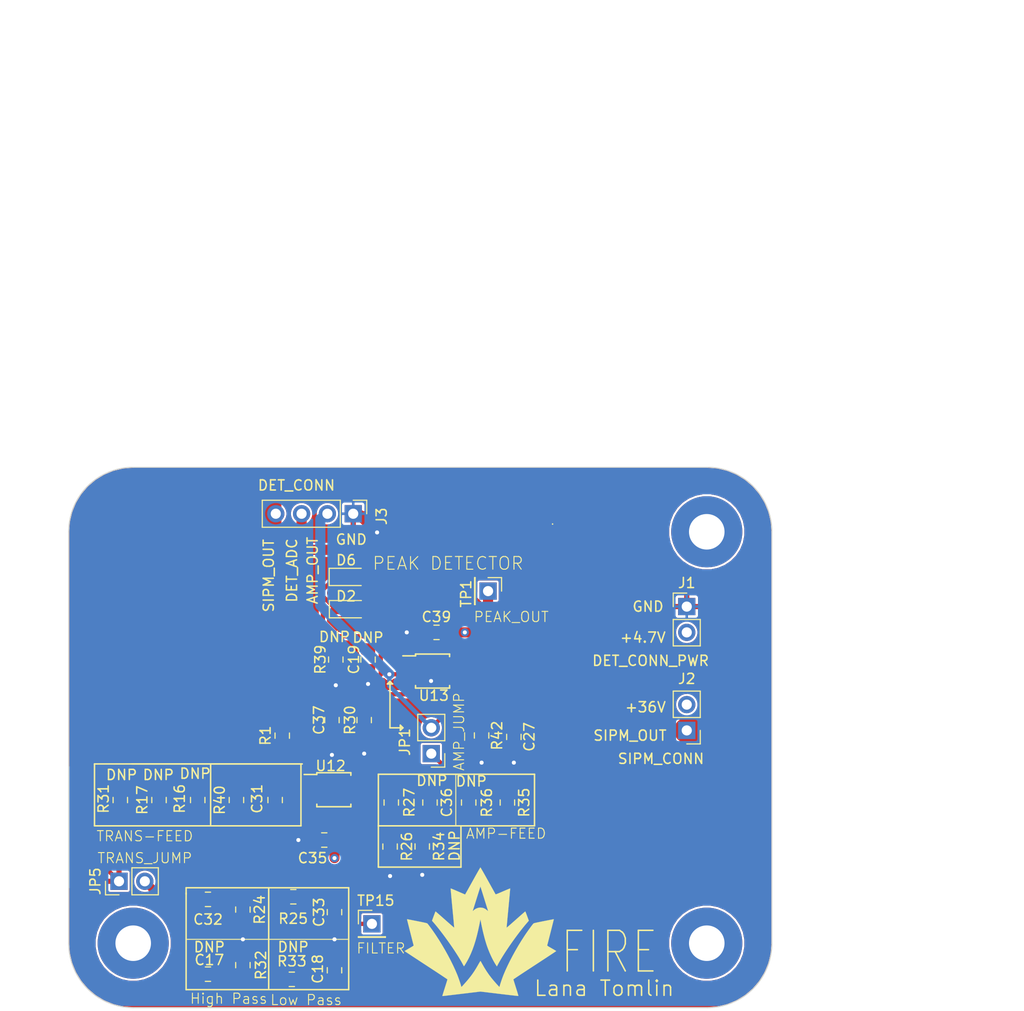
<source format=kicad_pcb>
(kicad_pcb (version 20171130) (host pcbnew "(5.1.9)-1")
  (layers (0 Papa.Cu signal) (1 GND.Cu power) (2 VCC.Cu power) (31 Mama.Cu signal) (34 B.Paste user hide) (35 F.Paste user) (36 B.SilkS user) (37 F.SilkS user) (38 B.Mask user hide) (39 F.Mask user hide) (44 Edge.Cuts user))
  (net 0 "")
  (net 1 GND)
  (net 2 "Net-(C17-Pad1)")
  (net 3 "Net-(C18-Pad2)")
  (net 4 "Net-(C19-Pad1)")
  (net 5 "Net-(C31-Pad1)")
  (net 6 "Net-(C32-Pad1)")
  (net 7 "Net-(C36-Pad2)")
  (net 8 "Net-(C36-Pad1)")
  (net 9 "Net-(D2-Pad2)")
  (net 10 /DET_ADC)
  (net 11 /SIPM_OUT)
  (net 12 /AMP_OUT)
  (net 13 +4.7V)
  (net 14 /Filter_IN)
  (net 15 "Net-(C31-Pad2)")
  (module MountingHole:MountingHole_3.5mm_Pad (layer Papa.Cu) (at 146.6215 100.457 90)
    (fp_text reference REF** hide)
    (fp_text value MountingHole_3.5mm_Pad)
    (pad 1 thru_hole circle (at 0 0 90) (size 7 7) (drill 3.5) (layers *.Cu *.Mask))
  )
  (module MountingHole:MountingHole_3.5mm_Pad (layer Papa.Cu) (at 146.6215 140.97 90)
    (fp_text reference REF** hide)
    (fp_text value MountingHole_3.5mm_Pad)
    (pad 1 thru_hole circle (at 0 0 90) (size 7 7) (drill 3.5) (layers *.Cu *.Mask))
  )
  (module Resistor_SMD:R_0805_2012Metric_Pad1.15x1.40mm_HandSolder (layer Papa.Cu) (at 104.8385 120.532 90)
    (fp_text reference R1 (at 0 -1.65 90) (layer F.SilkS))
    (fp_text value 1)
    (pad 2 smd roundrect (at 1.025 0 90) (size 1.15 1.4) (layers Papa.Cu F.Paste F.Mask) (roundrect_rratio 0.2173904347826087) (net 11 /SIPM_OUT))
    (pad 1 smd roundrect (at -1.025 0 90) (size 1.15 1.4) (layers Papa.Cu F.Paste F.Mask) (roundrect_rratio 0.2173904347826087) (net 15 "Net-(C31-Pad2)"))
  )
  (module Connector_PinHeader_2.54mm:PinHeader_1x04_P2.54mm_Vertical (layer Papa.Cu) (at 111.8235 98.679 270)
    (fp_text reference J3 (at 0.254 -2.794 270) (layer F.SilkS))
    (fp_text value DET_CONN (at -2.794 5.588 180) (layer F.SilkS))
    (pad 4 thru_hole oval (at 0 7.62 270) (size 1.7 1.7) (drill 1) (layers *.Cu *.Mask) (net 11 /SIPM_OUT))
    (pad 3 thru_hole oval (at 0 5.08 270) (size 1.7 1.7) (drill 1) (layers *.Cu *.Mask) (net 10 /DET_ADC))
    (pad 2 thru_hole oval (at 0 2.54 270) (size 1.7 1.7) (drill 1) (layers *.Cu *.Mask) (net 12 /AMP_OUT))
    (pad 1 thru_hole rect (at 0 0 270) (size 1.7 1.7) (drill 1) (layers *.Cu *.Mask) (net 1 GND))
  )
  (module Connector_PinHeader_2.54mm:PinHeader_1x02_P2.54mm_Vertical (layer Papa.Cu) (at 144.653 120.015 180)
    (fp_text reference J2 (at 0 5.08) (layer F.SilkS))
    (fp_text value SIPM_CONN (at 2.54 -2.794 180) (layer F.SilkS))
    (pad 2 thru_hole oval (at 0 2.54 180) (size 1.7 1.7) (drill 1) (layers *.Cu *.Mask))
    (pad 1 thru_hole rect (at 0 0 180) (size 1.7 1.7) (drill 1) (layers *.Cu *.Mask) (net 11 /SIPM_OUT))
  )
  (module Connector_PinHeader_2.54mm:PinHeader_1x02_P2.54mm_Vertical (layer Papa.Cu) (at 144.653 107.823)
    (fp_text reference J1 (at 0 -2.33) (layer F.SilkS))
    (fp_text value DET_CONN_PWR (at -3.556 5.334) (layer F.SilkS))
    (pad 2 thru_hole oval (at 0 2.54) (size 1.7 1.7) (drill 1) (layers *.Cu *.Mask) (net 13 +4.7V))
    (pad 1 thru_hole rect (at 0 0) (size 1.7 1.7) (drill 1) (layers *.Cu *.Mask) (net 1 GND))
  )
  (module Team_Logo:Logo_SilkScreen_15mm (layer Papa.Cu) (at 124.333 139.827)
    (fp_text reference G*** hide)
    (fp_text value LOGO hide)
  )
  (module MountingHole:MountingHole_3.5mm_Pad (layer Papa.Cu) (at 90.17 140.97 90)
    (fp_text reference REF** hide)
    (fp_text value MountingHole_3.5mm_Pad)
    (pad 1 thru_hole circle (at 0 0 90) (size 7 7) (drill 3.5) (layers *.Cu *.Mask))
  )
  (module Connector_PinHeader_2.54mm:PinHeader_1x01_P2.54mm_Vertical (layer Papa.Cu) (at 113.665 139.065)
    (fp_text reference TP15 (at 0.381 -2.286) (layer F.SilkS))
    (fp_text value FILTER (at 0.889 2.413) (layer F.SilkS) (effects (font (thickness 0.1))))
    (pad 1 thru_hole rect (at 0 0) (size 1.7 1.7) (drill 1) (layers *.Cu *.Mask) (net 3 "Net-(C18-Pad2)"))
  )
  (module Resistor_SMD:R_0805_2012Metric_Pad1.15x1.40mm_HandSolder (layer Papa.Cu) (at 115.452 131.454 270)
    (fp_text reference R26 (at 0 -1.65 270) (layer F.SilkS))
    (fp_text value 100)
    (pad 2 smd roundrect (at 1.025 0 270) (size 1.15 1.4) (layers Papa.Cu F.Paste F.Mask) (roundrect_rratio 0.2173904347826087) (net 1 GND))
    (pad 1 smd roundrect (at -1.025 0 270) (size 1.15 1.4) (layers Papa.Cu F.Paste F.Mask) (roundrect_rratio 0.2173904347826087) (net 7 "Net-(C36-Pad2)"))
  )
  (module Resistor_SMD:R_0805_2012Metric_Pad1.15x1.40mm_HandSolder (layer Papa.Cu) (at 118.618 131.445 90)
    (fp_text reference R34 (at 0 1.651 270) (layer F.SilkS))
    (fp_text value DNP (at 0.0635 3.175 270) (layer F.SilkS))
    (pad 2 smd roundrect (at 1.025 0 90) (size 1.15 1.4) (layers Papa.Cu F.Paste F.Mask) (roundrect_rratio 0.2173904347826087) (net 7 "Net-(C36-Pad2)"))
    (pad 1 smd roundrect (at -1.025 0 90) (size 1.15 1.4) (layers Papa.Cu F.Paste F.Mask) (roundrect_rratio 0.2173904347826087) (net 1 GND))
  )
  (module Connector_PinHeader_2.54mm:PinHeader_1x02_P2.54mm_Vertical (layer Papa.Cu) (at 119.507 122.301 180)
    (fp_text reference JP1 (at 2.6035 1.143 270) (layer F.SilkS))
    (fp_text value AMP_JUMP (at -2.7305 2.159 90) (layer F.SilkS) (effects (font (thickness 0.1))))
    (pad 2 thru_hole oval (at 0 2.54 180) (size 1.7 1.7) (drill 1) (layers *.Cu *.Mask) (net 12 /AMP_OUT))
    (pad 1 thru_hole rect (at 0 0 180) (size 1.7 1.7) (drill 1) (layers *.Cu *.Mask) (net 8 "Net-(C36-Pad1)"))
  )
  (module Resistor_SMD:R_0805_2012Metric_Pad1.15x1.40mm_HandSolder (layer Papa.Cu) (at 110.109 113.039 270)
    (fp_text reference R39 (at 0 1.524 90) (layer F.SilkS))
    (fp_text value DNP (at -2.2315 0.127 180) (layer F.SilkS))
    (pad 2 smd roundrect (at 1.025 0 270) (size 1.15 1.4) (layers Papa.Cu F.Paste F.Mask) (roundrect_rratio 0.2173904347826087) (net 1 GND))
    (pad 1 smd roundrect (at -1.025 0 270) (size 1.15 1.4) (layers Papa.Cu F.Paste F.Mask) (roundrect_rratio 0.2173904347826087) (net 4 "Net-(C19-Pad1)"))
  )
  (module Capacitor_SMD:C_0805_2012Metric_Pad1.15x1.40mm_HandSolder (layer Papa.Cu) (at 97.527 136.652 180)
    (fp_text reference C32 (at -0.009 -1.9812) (layer F.SilkS))
    (fp_text value 10n)
    (pad 2 smd roundrect (at 1.025 0 180) (size 1.15 1.4) (layers Papa.Cu F.Paste F.Mask) (roundrect_rratio 0.2173904347826087) (net 14 /Filter_IN))
    (pad 1 smd roundrect (at -1.025 0 180) (size 1.15 1.4) (layers Papa.Cu F.Paste F.Mask) (roundrect_rratio 0.2173904347826087) (net 6 "Net-(C32-Pad1)"))
  )
  (module Capacitor_SMD:C_0805_2012Metric_Pad1.15x1.40mm_HandSolder (layer Papa.Cu) (at 127.635 120.659 270)
    (fp_text reference C27 (at -0.009 -1.524 90) (layer F.SilkS))
    (fp_text value 2.2n)
    (pad 2 smd roundrect (at 1.025 0 270) (size 1.15 1.4) (layers Papa.Cu F.Paste F.Mask) (roundrect_rratio 0.2173904347826087) (net 1 GND))
    (pad 1 smd roundrect (at -1.025 0 270) (size 1.15 1.4) (layers Papa.Cu F.Paste F.Mask) (roundrect_rratio 0.2173904347826087) (net 12 /AMP_OUT))
  )
  (module Package_SO:MSOP-8_3x3mm_P0.65mm (layer Papa.Cu) (at 109.9185 125.857)
    (fp_text reference U12 (at -0.3175 -2.3495) (layer F.SilkS))
    (fp_text value LTC6269)
    (pad 8 smd rect (at 2.2 -0.975) (size 1.45 0.45) (layers Papa.Cu F.Paste F.Mask) (net 13 +4.7V))
    (pad 7 smd rect (at 2.2 -0.325) (size 1.45 0.45) (layers Papa.Cu F.Paste F.Mask) (net 8 "Net-(C36-Pad1)"))
    (pad 6 smd rect (at 2.2 0.325) (size 1.45 0.45) (layers Papa.Cu F.Paste F.Mask) (net 7 "Net-(C36-Pad2)"))
    (pad 5 smd rect (at 2.2 0.975) (size 1.45 0.45) (layers Papa.Cu F.Paste F.Mask) (net 3 "Net-(C18-Pad2)"))
    (pad 4 smd rect (at -2.2 0.975) (size 1.45 0.45) (layers Papa.Cu F.Paste F.Mask) (net 1 GND))
    (pad 3 smd rect (at -2.2 0.325) (size 1.45 0.45) (layers Papa.Cu F.Paste F.Mask) (net 1 GND))
    (pad 2 smd rect (at -2.2 -0.325) (size 1.45 0.45) (layers Papa.Cu F.Paste F.Mask) (net 15 "Net-(C31-Pad2)"))
    (pad 1 smd rect (at -2.2 -0.975) (size 1.45 0.45) (layers Papa.Cu F.Paste F.Mask) (net 5 "Net-(C31-Pad1)"))
  )
  (module Capacitor_SMD:C_0805_2012Metric_Pad1.15x1.40mm_HandSolder (layer Papa.Cu) (at 109.728 118.999 270)
    (fp_text reference C37 (at 0 1.27 270) (layer F.SilkS))
    (fp_text value 2.2n)
    (pad 2 smd roundrect (at 1.025 0 270) (size 1.15 1.4) (layers Papa.Cu F.Paste F.Mask) (roundrect_rratio 0.2173904347826087) (net 1 GND))
    (pad 1 smd roundrect (at -1.025 0 270) (size 1.15 1.4) (layers Papa.Cu F.Paste F.Mask) (roundrect_rratio 0.2173904347826087) (net 4 "Net-(C19-Pad1)"))
  )
  (module Resistor_SMD:R_0805_2012Metric_Pad1.15x1.40mm_HandSolder (layer Papa.Cu) (at 124.46 120.514 270)
    (fp_text reference R42 (at 0.009 -1.524 90) (layer F.SilkS))
    (fp_text value 1M)
    (pad 2 smd roundrect (at 1.025 0 270) (size 1.15 1.4) (layers Papa.Cu F.Paste F.Mask) (roundrect_rratio 0.2173904347826087) (net 1 GND))
    (pad 1 smd roundrect (at -1.025 0 270) (size 1.15 1.4) (layers Papa.Cu F.Paste F.Mask) (roundrect_rratio 0.2173904347826087) (net 12 /AMP_OUT))
  )
  (module Capacitor_SMD:C_0805_2012Metric_Pad1.15x1.40mm_HandSolder (layer Papa.Cu) (at 108.975 130.81 180)
    (fp_text reference C35 (at 1.152 -1.778) (layer F.SilkS))
    (fp_text value 0.1u)
    (pad 2 smd roundrect (at 1.025 0 180) (size 1.15 1.4) (layers Papa.Cu F.Paste F.Mask) (roundrect_rratio 0.2173904347826087) (net 1 GND))
    (pad 1 smd roundrect (at -1.025 0 180) (size 1.15 1.4) (layers Papa.Cu F.Paste F.Mask) (roundrect_rratio 0.2173904347826087) (net 13 +4.7V))
  )
  (module Diode_SMD:D_SOD-323_HandSoldering (layer Papa.Cu) (at 111.379 108.077)
    (fp_text reference D2 (at -0.254 -1.27) (layer F.SilkS))
    (fp_text value CUS08F30H3FCT-ND)
    (pad 2 smd rect (at 1.25 0) (size 1 1) (layers Papa.Cu F.Paste F.Mask) (net 9 "Net-(D2-Pad2)"))
    (pad 1 smd rect (at -1.25 0) (size 1 1) (layers Papa.Cu F.Paste F.Mask) (net 4 "Net-(C19-Pad1)"))
  )
  (module Connector_PinHeader_2.54mm:PinHeader_1x01_P2.54mm_Vertical (layer Papa.Cu) (at 125.095 106.299 270)
    (fp_text reference TP1 (at 0.254 2.159 90) (layer F.SilkS))
    (fp_text value PEAK_OUT (at 2.54 -2.286 180) (layer F.SilkS) (effects (font (thickness 0.1))))
    (pad 1 thru_hole rect (at 0 0 270) (size 1.7 1.7) (drill 1) (layers *.Cu *.Mask) (net 10 /DET_ADC))
  )
  (module Connector_PinHeader_2.54mm:PinHeader_1x02_P2.54mm_Vertical (layer Papa.Cu) (at 88.773 134.874 90)
    (fp_text reference JP5 (at 0 -2.33 90) (layer F.SilkS))
    (fp_text value TRANS_JUMP (at 2.286 2.54) (layer F.SilkS) (effects (font (thickness 0.1))))
    (pad 2 thru_hole oval (at 0 2.54 90) (size 1.7 1.7) (drill 1) (layers *.Cu *.Mask) (net 14 /Filter_IN))
    (pad 1 thru_hole rect (at 0 0 90) (size 1.7 1.7) (drill 1) (layers *.Cu *.Mask) (net 5 "Net-(C31-Pad1)"))
  )
  (module Package_SO:MSOP-8_3x3mm_P0.65mm (layer Papa.Cu) (at 119.634 114.173)
    (fp_text reference U13 (at 0.127 2.413 180) (layer F.SilkS))
    (fp_text value LTC6269)
    (pad 8 smd rect (at 2.2 -0.975) (size 1.45 0.45) (layers Papa.Cu F.Paste F.Mask) (net 13 +4.7V))
    (pad 7 smd rect (at 2.2 -0.325) (size 1.45 0.45) (layers Papa.Cu F.Paste F.Mask) (net 10 /DET_ADC))
    (pad 6 smd rect (at 2.2 0.325) (size 1.45 0.45) (layers Papa.Cu F.Paste F.Mask) (net 10 /DET_ADC))
    (pad 5 smd rect (at 2.2 0.975) (size 1.45 0.45) (layers Papa.Cu F.Paste F.Mask) (net 4 "Net-(C19-Pad1)"))
    (pad 4 smd rect (at -2.2 0.975) (size 1.45 0.45) (layers Papa.Cu F.Paste F.Mask) (net 1 GND))
    (pad 3 smd rect (at -2.2 0.325) (size 1.45 0.45) (layers Papa.Cu F.Paste F.Mask) (net 12 /AMP_OUT))
    (pad 2 smd rect (at -2.2 -0.325) (size 1.45 0.45) (layers Papa.Cu F.Paste F.Mask) (net 4 "Net-(C19-Pad1)"))
    (pad 1 smd rect (at -2.2 -0.975) (size 1.45 0.45) (layers Papa.Cu F.Paste F.Mask) (net 9 "Net-(D2-Pad2)"))
  )
  (module Resistor_SMD:R_0805_2012Metric_Pad1.15x1.40mm_HandSolder (layer Papa.Cu) (at 100.33 126.873 270)
    (fp_text reference R40 (at 0 1.651 270) (layer F.SilkS))
    (fp_text value 150)
    (pad 2 smd roundrect (at 1.025 0 270) (size 1.15 1.4) (layers Papa.Cu F.Paste F.Mask) (roundrect_rratio 0.2173904347826087) (net 15 "Net-(C31-Pad2)"))
    (pad 1 smd roundrect (at -1.025 0 270) (size 1.15 1.4) (layers Papa.Cu F.Paste F.Mask) (roundrect_rratio 0.2173904347826087) (net 5 "Net-(C31-Pad1)"))
  )
  (module Resistor_SMD:R_0805_2012Metric_Pad1.15x1.40mm_HandSolder (layer Papa.Cu) (at 123.19 127.118 270)
    (fp_text reference R36 (at 0.009 -1.778 270) (layer F.SilkS))
    (fp_text value DNP (at -2.15 3.6195) (layer F.SilkS))
    (pad 2 smd roundrect (at 1.025 0 270) (size 1.15 1.4) (layers Papa.Cu F.Paste F.Mask) (roundrect_rratio 0.2173904347826087) (net 7 "Net-(C36-Pad2)"))
    (pad 1 smd roundrect (at -1.025 0 270) (size 1.15 1.4) (layers Papa.Cu F.Paste F.Mask) (roundrect_rratio 0.2173904347826087) (net 8 "Net-(C36-Pad1)"))
  )
  (module Resistor_SMD:R_0805_2012Metric_Pad1.15x1.40mm_HandSolder (layer Papa.Cu) (at 127 127.118 270)
    (fp_text reference R35 (at 0 -1.65 270) (layer F.SilkS))
    (fp_text value DNP (at -2.0865 3.556) (layer F.SilkS))
    (pad 2 smd roundrect (at 1.025 0 270) (size 1.15 1.4) (layers Papa.Cu F.Paste F.Mask) (roundrect_rratio 0.2173904347826087) (net 7 "Net-(C36-Pad2)"))
    (pad 1 smd roundrect (at -1.025 0 270) (size 1.15 1.4) (layers Papa.Cu F.Paste F.Mask) (roundrect_rratio 0.2173904347826087) (net 8 "Net-(C36-Pad1)"))
  )
  (module Resistor_SMD:R_0805_2012Metric_Pad1.15x1.40mm_HandSolder (layer Papa.Cu) (at 105.782 144.526 180)
    (fp_text reference R33 (at -0.009 1.778) (layer F.SilkS))
    (fp_text value DNP (at -0.136 3.175) (layer F.SilkS))
    (pad 1 smd roundrect (at -1.025 0 180) (size 1.15 1.4) (layers Papa.Cu F.Paste F.Mask) (roundrect_rratio 0.2173904347826087) (net 3 "Net-(C18-Pad2)"))
    (pad 2 smd roundrect (at 1.025 0 180) (size 1.15 1.4) (layers Papa.Cu F.Paste F.Mask) (roundrect_rratio 0.2173904347826087) (net 2 "Net-(C17-Pad1)"))
  )
  (module Resistor_SMD:R_0805_2012Metric_Pad1.15x1.40mm_HandSolder (layer Papa.Cu) (at 100.965 143.129 90)
    (fp_text reference R32 (at 0 1.778 270) (layer F.SilkS))
    (fp_text value DNP)
    (pad 2 smd roundrect (at 1.025 0 90) (size 1.15 1.4) (layers Papa.Cu F.Paste F.Mask) (roundrect_rratio 0.2173904347826087) (net 1 GND))
    (pad 1 smd roundrect (at -1.025 0 90) (size 1.15 1.4) (layers Papa.Cu F.Paste F.Mask) (roundrect_rratio 0.2173904347826087) (net 2 "Net-(C17-Pad1)"))
  )
  (module Resistor_SMD:R_0805_2012Metric_Pad1.15x1.40mm_HandSolder (layer Papa.Cu) (at 88.9 126.873 270)
    (fp_text reference R31 (at -0.127 1.651 270) (layer F.SilkS))
    (fp_text value DNP (at -2.4765 -0.127) (layer F.SilkS))
    (pad 2 smd roundrect (at 1.025 0 270) (size 1.15 1.4) (layers Papa.Cu F.Paste F.Mask) (roundrect_rratio 0.2173904347826087) (net 15 "Net-(C31-Pad2)"))
    (pad 1 smd roundrect (at -1.025 0 270) (size 1.15 1.4) (layers Papa.Cu F.Paste F.Mask) (roundrect_rratio 0.2173904347826087) (net 5 "Net-(C31-Pad1)"))
  )
  (module Resistor_SMD:R_0805_2012Metric_Pad1.15x1.40mm_HandSolder (layer Papa.Cu) (at 112.903 118.999 270)
    (fp_text reference R30 (at 0 1.397 270) (layer F.SilkS))
    (fp_text value 1M)
    (pad 2 smd roundrect (at 1.025 0 270) (size 1.15 1.4) (layers Papa.Cu F.Paste F.Mask) (roundrect_rratio 0.2173904347826087) (net 1 GND))
    (pad 1 smd roundrect (at -1.025 0 270) (size 1.15 1.4) (layers Papa.Cu F.Paste F.Mask) (roundrect_rratio 0.2173904347826087) (net 4 "Net-(C19-Pad1)"))
  )
  (module Resistor_SMD:R_0805_2012Metric_Pad1.15x1.40mm_HandSolder (layer Papa.Cu) (at 115.57 127.118 270)
    (fp_text reference R27 (at 0 -1.778 270) (layer F.SilkS))
    (fp_text value 330)
    (pad 2 smd roundrect (at 1.025 0 270) (size 1.15 1.4) (layers Papa.Cu F.Paste F.Mask) (roundrect_rratio 0.2173904347826087) (net 7 "Net-(C36-Pad2)"))
    (pad 1 smd roundrect (at -1.025 0 270) (size 1.15 1.4) (layers Papa.Cu F.Paste F.Mask) (roundrect_rratio 0.2173904347826087) (net 8 "Net-(C36-Pad1)"))
  )
  (module Resistor_SMD:R_0805_2012Metric_Pad1.15x1.40mm_HandSolder (layer Papa.Cu) (at 105.927 136.398 180)
    (fp_text reference R25 (at 0.009 -2.159) (layer F.SilkS))
    (fp_text value 150)
    (pad 2 smd roundrect (at 1.025 0 180) (size 1.15 1.4) (layers Papa.Cu F.Paste F.Mask) (roundrect_rratio 0.2173904347826087) (net 6 "Net-(C32-Pad1)"))
    (pad 1 smd roundrect (at -1.025 0 180) (size 1.15 1.4) (layers Papa.Cu F.Paste F.Mask) (roundrect_rratio 0.2173904347826087) (net 3 "Net-(C18-Pad2)"))
  )
  (module Resistor_SMD:R_0805_2012Metric_Pad1.15x1.40mm_HandSolder (layer Papa.Cu) (at 100.965 137.659 270)
    (fp_text reference R24 (at 0.009 -1.651 270) (layer F.SilkS))
    (fp_text value 100)
    (pad 2 smd roundrect (at 1.025 0 270) (size 1.15 1.4) (layers Papa.Cu F.Paste F.Mask) (roundrect_rratio 0.2173904347826087) (net 1 GND))
    (pad 1 smd roundrect (at -1.025 0 270) (size 1.15 1.4) (layers Papa.Cu F.Paste F.Mask) (roundrect_rratio 0.2173904347826087) (net 6 "Net-(C32-Pad1)"))
  )
  (module Resistor_SMD:R_0805_2012Metric_Pad1.15x1.40mm_HandSolder (layer Papa.Cu) (at 92.71 126.873 270)
    (fp_text reference R17 (at 0 1.651 270) (layer F.SilkS))
    (fp_text value DNP (at -2.4765 0.0635 180) (layer F.SilkS))
    (pad 2 smd roundrect (at 1.025 0 270) (size 1.15 1.4) (layers Papa.Cu F.Paste F.Mask) (roundrect_rratio 0.2173904347826087) (net 15 "Net-(C31-Pad2)"))
    (pad 1 smd roundrect (at -1.025 0 270) (size 1.15 1.4) (layers Papa.Cu F.Paste F.Mask) (roundrect_rratio 0.2173904347826087) (net 5 "Net-(C31-Pad1)"))
  )
  (module Resistor_SMD:R_0805_2012Metric_Pad1.15x1.40mm_HandSolder (layer Papa.Cu) (at 96.52 126.873 270)
    (fp_text reference R16 (at -0.127 1.778 270) (layer F.SilkS))
    (fp_text value DNP (at -2.6035 0.254) (layer F.SilkS))
    (pad 2 smd roundrect (at 1.025 0 270) (size 1.15 1.4) (layers Papa.Cu F.Paste F.Mask) (roundrect_rratio 0.2173904347826087) (net 15 "Net-(C31-Pad2)"))
    (pad 1 smd roundrect (at -1.025 0 270) (size 1.15 1.4) (layers Papa.Cu F.Paste F.Mask) (roundrect_rratio 0.2173904347826087) (net 5 "Net-(C31-Pad1)"))
  )
  (module Diode_SMD:D_SOD-323_HandSoldering (layer Papa.Cu) (at 111.359 104.902)
    (fp_text reference D6 (at -0.234 -1.651) (layer F.SilkS))
    (fp_text value CUS08F30H3FCT-ND)
    (pad 2 smd rect (at 1.25 0) (size 1 1) (layers Papa.Cu F.Paste F.Mask) (net 9 "Net-(D2-Pad2)"))
    (pad 1 smd rect (at -1.25 0) (size 1 1) (layers Papa.Cu F.Paste F.Mask) (net 4 "Net-(C19-Pad1)"))
  )
  (module Capacitor_SMD:C_0805_2012Metric_Pad1.15x1.40mm_HandSolder (layer Papa.Cu) (at 120.024 110.363 180)
    (fp_text reference C39 (at 0.009 1.524 180) (layer F.SilkS))
    (fp_text value 0.1u)
    (pad 2 smd roundrect (at 1.025 0 180) (size 1.15 1.4) (layers Papa.Cu F.Paste F.Mask) (roundrect_rratio 0.2173904347826087) (net 1 GND))
    (pad 1 smd roundrect (at -1.025 0 180) (size 1.15 1.4) (layers Papa.Cu F.Paste F.Mask) (roundrect_rratio 0.2173904347826087) (net 13 +4.7V))
  )
  (module Capacitor_SMD:C_0805_2012Metric_Pad1.15x1.40mm_HandSolder (layer Papa.Cu) (at 119.38 127.118 270)
    (fp_text reference C36 (at 0 -1.65 270) (layer F.SilkS))
    (fp_text value 470p)
    (pad 2 smd roundrect (at 1.025 0 270) (size 1.15 1.4) (layers Papa.Cu F.Paste F.Mask) (roundrect_rratio 0.2173904347826087) (net 7 "Net-(C36-Pad2)"))
    (pad 1 smd roundrect (at -1.025 0 270) (size 1.15 1.4) (layers Papa.Cu F.Paste F.Mask) (roundrect_rratio 0.2173904347826087) (net 8 "Net-(C36-Pad1)"))
  )
  (module Capacitor_SMD:C_0805_2012Metric_Pad1.15x1.40mm_HandSolder (layer Papa.Cu) (at 109.982 137.913 90)
    (fp_text reference C33 (at -0.009 -1.524 270) (layer F.SilkS))
    (fp_text value 1n)
    (pad 2 smd roundrect (at 1.025 0 90) (size 1.15 1.4) (layers Papa.Cu F.Paste F.Mask) (roundrect_rratio 0.2173904347826087) (net 3 "Net-(C18-Pad2)"))
    (pad 1 smd roundrect (at -1.025 0 90) (size 1.15 1.4) (layers Papa.Cu F.Paste F.Mask) (roundrect_rratio 0.2173904347826087) (net 1 GND))
  )
  (module Capacitor_SMD:C_0805_2012Metric_Pad1.15x1.40mm_HandSolder (layer Papa.Cu) (at 104.14 126.873 270)
    (fp_text reference C31 (at -0.127 1.778 270) (layer F.SilkS))
    (fp_text value 1n)
    (pad 2 smd roundrect (at 1.025 0 270) (size 1.15 1.4) (layers Papa.Cu F.Paste F.Mask) (roundrect_rratio 0.2173904347826087) (net 15 "Net-(C31-Pad2)"))
    (pad 1 smd roundrect (at -1.025 0 270) (size 1.15 1.4) (layers Papa.Cu F.Paste F.Mask) (roundrect_rratio 0.2173904347826087) (net 5 "Net-(C31-Pad1)"))
  )
  (module Capacitor_SMD:C_0805_2012Metric_Pad1.15x1.40mm_HandSolder (layer Papa.Cu) (at 113.284 113.039 270)
    (fp_text reference C19 (at 0 1.397 90) (layer F.SilkS))
    (fp_text value DNP (at -2.168 0 180) (layer F.SilkS))
    (pad 2 smd roundrect (at 1.025 0 270) (size 1.15 1.4) (layers Papa.Cu F.Paste F.Mask) (roundrect_rratio 0.2173904347826087) (net 1 GND))
    (pad 1 smd roundrect (at -1.025 0 270) (size 1.15 1.4) (layers Papa.Cu F.Paste F.Mask) (roundrect_rratio 0.2173904347826087) (net 4 "Net-(C19-Pad1)"))
  )
  (module Capacitor_SMD:C_0805_2012Metric_Pad1.15x1.40mm_HandSolder (layer Papa.Cu) (at 109.982 143.637 270)
    (fp_text reference C18 (at -0.127 1.651 90) (layer F.SilkS))
    (fp_text value DNP)
    (pad 1 smd roundrect (at -1.025 0 270) (size 1.15 1.4) (layers Papa.Cu F.Paste F.Mask) (roundrect_rratio 0.2173904347826087) (net 1 GND))
    (pad 2 smd roundrect (at 1.025 0 270) (size 1.15 1.4) (layers Papa.Cu F.Paste F.Mask) (roundrect_rratio 0.2173904347826087) (net 3 "Net-(C18-Pad2)"))
  )
  (module Capacitor_SMD:C_0805_2012Metric_Pad1.15x1.40mm_HandSolder (layer Papa.Cu) (at 97.527 144.018 180)
    (fp_text reference C17 (at -0.136 1.397) (layer F.SilkS))
    (fp_text value DNP (at -0.136 2.667) (layer F.SilkS))
    (pad 2 smd roundrect (at 1.025 0 180) (size 1.15 1.4) (layers Papa.Cu F.Paste F.Mask) (roundrect_rratio 0.2173904347826087) (net 14 /Filter_IN))
    (pad 1 smd roundrect (at -1.025 0 180) (size 1.15 1.4) (layers Papa.Cu F.Paste F.Mask) (roundrect_rratio 0.2173904347826087) (net 2 "Net-(C17-Pad1)"))
  )
  (gr_text FIRE (at 137.033 141.859) (layer F.SilkS) (effects (font (size 4 3))))
  (gr_arc (start 90.17 100.457) (end 90.17 94.107) (angle -90) (layer Edge.Cuts) (width 0.1))
  (gr_line (start 146.685 94.107) (end 90.17 94.107) (layer Edge.Cuts) (width 0.1))
  (gr_line (start 153.035 140.97) (end 153.035 100.457) (layer Edge.Cuts) (width 0.1))
  (gr_text GND (at 111.633 101.219) (layer F.SilkS) (effects (font (size 1 1))))
  (gr_text AMP_OUT (at 107.823 104.267 90) (layer F.SilkS) (effects (font (size 1 1))))
  (gr_text DET_ADC (at 105.791 104.267 90) (layer F.SilkS) (effects (font (size 1 1))))
  (gr_text SIPM_OUT (at 103.505 104.775 90) (layer F.SilkS) (effects (font (size 1 1))))
  (gr_text GND (at 140.843 107.823) (layer F.SilkS) (effects (font (size 1 1))))
  (gr_text +4.7V (at 140.335 110.871) (layer F.SilkS) (effects (font (size 1 1))))
  (gr_text +36V (at 140.589 117.729) (layer F.SilkS) (effects (font (size 1 1))))
  (gr_text SIPM_OUT (at 139.065 120.523) (layer F.SilkS) (effects (font (size 1 1))))
  (gr_line (start 131.445 99.695) (end 131.445 99.695) (layer F.SilkS) (width 0.15))
  (gr_line (start 111.379 145.542) (end 111.379 144.78) (layer F.SilkS) (width 0.15))
  (gr_line (start 95.377 145.542) (end 111.379 145.542) (layer F.SilkS) (width 0.15))
  (gr_text "Lana Tomlin" (at 136.525 145.415) (layer F.SilkS) (effects (font (size 1.5 1.5))))
  (gr_text "PEAK DETECTOR" (at 121.158 103.5685) (layer F.SilkS) (effects (font (size 1.25 1.25) (thickness 0.1))))
  (gr_arc (start 90.17 140.97) (end 83.82 140.97) (angle -90) (layer Edge.Cuts) (width 0.1))
  (gr_arc (start 146.685 100.457) (end 153.035 100.457) (angle -90) (layer Edge.Cuts) (width 0.1))
  (gr_arc (start 146.685 140.97) (end 146.685 147.32) (angle -90) (layer Edge.Cuts) (width 0.1))
  (gr_line (start 83.82 140.97) (end 83.82 100.457) (layer Edge.Cuts) (width 0.1))
  (gr_line (start 146.685 147.32) (end 90.17 147.32) (layer Edge.Cuts) (width 0.1))
  (gr_text AMP-FEED (at 126.873 130.175) (layer F.SilkS) (effects (font (size 1 1) (thickness 0.1))))
  (gr_line (start 95.377 135.509) (end 95.377 136.144) (layer F.SilkS) (width 0.15))
  (gr_line (start 111.379 135.509) (end 95.377 135.509) (layer F.SilkS) (width 0.15))
  (gr_line (start 103.505 140.589) (end 95.377 140.589) (layer F.SilkS) (width 0.1))
  (gr_text "Low Pass" (at 107.188 146.558) (layer F.SilkS) (effects (font (size 1 1) (thickness 0.1))))
  (gr_text "High Pass" (at 99.568 146.431) (layer F.SilkS) (effects (font (size 1 1) (thickness 0.1))))
  (gr_line (start 115.697 115.443) (end 115.443 115.189) (layer F.SilkS) (width 0.15))
  (gr_line (start 115.189 115.443) (end 115.697 115.443) (layer F.SilkS) (width 0.15))
  (gr_line (start 115.443 115.189) (end 115.189 115.443) (layer F.SilkS) (width 0.15))
  (gr_line (start 116.459 119.507) (end 116.459 120.015) (layer F.SilkS) (width 0.15))
  (gr_line (start 116.459 120.015) (end 116.713 119.761) (layer F.SilkS) (width 0.15))
  (gr_line (start 116.459 119.507) (end 116.713 119.761) (layer F.SilkS) (width 0.15))
  (gr_line (start 116.713 119.761) (end 116.459 119.507) (layer F.SilkS) (width 0.15))
  (gr_line (start 115.443 119.761) (end 116.713 119.761) (layer F.SilkS) (width 0.15))
  (gr_line (start 115.443 115.189) (end 115.443 119.761) (layer F.SilkS) (width 0.15))
  (gr_line (start 129.667 129.413) (end 129.667 124.333) (layer F.SilkS) (width 0.15))
  (gr_line (start 114.3 129.413) (end 114.3 133.477) (layer F.SilkS) (width 0.15))
  (gr_line (start 114.3 133.477) (end 122.428 133.477) (layer F.SilkS) (width 0.15))
  (gr_line (start 122.428 133.477) (end 122.428 129.413) (layer F.SilkS) (width 0.15))
  (gr_line (start 106.807 123.317) (end 90.043 123.317) (layer F.SilkS) (width 0.15))
  (gr_text TRANS-FEED (at 91.313 130.429) (layer F.SilkS) (effects (font (size 1 1) (thickness 0.1))))
  (gr_line (start 111.379 140.589) (end 103.505 140.589) (layer F.SilkS) (width 0.1))
  (gr_line (start 103.505 135.509) (end 103.505 145.415) (layer F.SilkS) (width 0.15))
  (gr_line (start 95.377 145.542) (end 95.377 136.017) (layer F.SilkS) (width 0.15))
  (gr_line (start 111.379 135.509) (end 111.379 144.78) (layer F.SilkS) (width 0.15))
  (gr_line (start 97.79 123.317) (end 97.79 129.286) (layer F.SilkS) (width 0.15))
  (gr_line (start 121.92 124.333) (end 121.92 129.413) (layer F.SilkS) (width 0.1))
  (gr_line (start 129.667 124.333) (end 114.3 124.333) (layer F.SilkS) (width 0.15))
  (gr_line (start 114.3 129.413) (end 129.667 129.413) (layer F.SilkS) (width 0.15))
  (gr_line (start 114.3 124.333) (end 114.3 129.413) (layer F.SilkS) (width 0.15))
  (gr_line (start 106.68 123.317) (end 86.36 123.317) (layer F.SilkS) (width 0.15))
  (gr_line (start 106.68 129.413) (end 106.68 123.3805) (layer F.SilkS) (width 0.15))
  (gr_line (start 86.36 129.413) (end 106.68 129.413) (layer F.SilkS) (width 0.15))
  (gr_line (start 86.36 123.317) (end 86.36 129.413) (layer F.SilkS) (width 0.15))
  (segment (start 107.1245 120.269) (end 108.32799 120.269) (width 1) (layer Papa.Cu) (net 0))
  (via (at 124.46 123.19) (size 0.8) (drill 0.4) (layers Papa.Cu Mama.Cu) (net 1))
  (segment (start 112.649 120.024) (end 113.021 120.024) (width 0.42) (layer Papa.Cu) (net 1))
  (via (at 109.982 140.589) (size 0.8) (drill 0.4) (layers Papa.Cu Mama.Cu) (net 1))
  (via (at 100.965 140.589) (size 0.8) (drill 0.4) (layers Papa.Cu Mama.Cu) (net 1))
  (via (at 106.426 130.81) (size 0.8) (drill 0.4) (layers Papa.Cu Mama.Cu) (net 1))
  (segment (start 117.434 115.148) (end 117.262 115.148) (width 0.42) (layer Papa.Cu) (net 1))
  (via (at 117.094 110.363) (size 0.8) (drill 0.4) (layers Papa.Cu Mama.Cu) (net 1))
  (via (at 127.635 123.19) (size 0.8) (drill 0.4) (layers Papa.Cu Mama.Cu) (net 1))
  (segment (start 107.95 130.81) (end 106.426 130.81) (width 1) (layer Papa.Cu) (net 1))
  (segment (start 107.95 130.81) (end 107.823 130.81) (width 0.8) (layer Papa.Cu) (net 1))
  (segment (start 119.126 110.49) (end 118.999 110.363) (width 0.8) (layer Papa.Cu) (net 1))
  (segment (start 118.999 110.363) (end 117.094 110.363) (width 1) (layer Papa.Cu) (net 1))
  (segment (start 100.965 138.684) (end 100.965 142.104) (width 1) (layer Papa.Cu) (net 1))
  (segment (start 109.982 138.938) (end 109.982 142.612) (width 1) (layer Papa.Cu) (net 1))
  (segment (start 115.452 132.479) (end 115.452 134.23) (width 1) (layer Papa.Cu) (net 1))
  (segment (start 118.618 132.47) (end 118.618 134.239) (width 1) (layer Papa.Cu) (net 1))
  (segment (start 118.618 134.239) (end 118.618 134.239) (width 1) (layer Papa.Cu) (net 1))
  (via (at 118.618 134.239) (size 0.8) (drill 0.4) (layers Papa.Cu Mama.Cu) (net 1))
  (segment (start 115.452 134.357) (end 115.452 134.357) (width 1) (layer Papa.Cu) (net 1))
  (segment (start 110.109 114.064) (end 110.109 115.57) (width 1) (layer Papa.Cu) (net 1))
  (segment (start 113.284 114.064) (end 113.284 115.443) (width 1) (layer Papa.Cu) (net 1))
  (segment (start 109.728 120.024) (end 109.728 122.428) (width 1) (layer Papa.Cu) (net 1))
  (segment (start 109.728 122.428) (end 109.728 122.428) (width 1) (layer Papa.Cu) (net 1))
  (via (at 109.728 122.428) (size 0.8) (drill 0.4) (layers Papa.Cu Mama.Cu) (net 1))
  (segment (start 112.903 120.024) (end 112.903 122.301) (width 1) (layer Papa.Cu) (net 1))
  (segment (start 112.903 122.301) (end 112.903 122.301) (width 1) (layer Papa.Cu) (net 1))
  (via (at 112.903 122.301) (size 0.8) (drill 0.4) (layers Papa.Cu Mama.Cu) (net 1))
  (segment (start 110.109 115.57) (end 110.109 115.57) (width 1) (layer Papa.Cu) (net 1))
  (via (at 110.109 115.57) (size 0.8) (drill 0.4) (layers Papa.Cu Mama.Cu) (net 1))
  (segment (start 113.284 115.443) (end 113.284 115.443) (width 1) (layer Papa.Cu) (net 1))
  (via (at 113.284 115.443) (size 0.8) (drill 0.4) (layers Papa.Cu Mama.Cu) (net 1))
  (segment (start 124.46 121.539) (end 124.46 123.19) (width 1) (layer Papa.Cu) (net 1))
  (segment (start 127.635 121.684) (end 127.635 123.19) (width 1) (layer Papa.Cu) (net 1))
  (segment (start 115.452 134.23) (end 115.452 134.357) (width 1) (layer Papa.Cu) (net 1))
  (segment (start 107.7185 130.5785) (end 107.95 130.81) (width 1) (layer Papa.Cu) (net 1))
  (segment (start 107.7185 126.832) (end 107.7185 126.457001) (width 1) (layer Papa.Cu) (net 1))
  (segment (start 107.7185 126.832) (end 107.7185 130.5785) (width 1) (layer Papa.Cu) (net 1))
  (segment (start 117.434 115.148) (end 119.4845 115.148) (width 0.42) (layer Papa.Cu) (net 1))
  (segment (start 119.4845 115.148) (end 119.4845 115.148) (width 0.42) (layer Papa.Cu) (net 1))
  (via (at 119.4845 115.148) (size 0.8) (drill 0.4) (layers Papa.Cu Mama.Cu) (net 1))
  (segment (start 115.452 134.357) (end 115.452 134.357) (width 1) (layer Papa.Cu) (net 1))
  (via (at 115.452 134.357) (size 0.8) (drill 0.4) (layers Papa.Cu Mama.Cu) (net 1))
  (segment (start 111.8235 98.679) (end 112.3315 98.679) (width 1) (layer Papa.Cu) (net 1))
  (segment (start 112.3315 98.679) (end 114.173 100.5205) (width 1) (layer Papa.Cu) (net 1))
  (segment (start 114.173 100.5205) (end 114.173 100.5205) (width 1) (layer Papa.Cu) (net 1))
  (via (at 114.173 100.5205) (size 0.8) (drill 0.4) (layers Papa.Cu Mama.Cu) (net 1))
  (segment (start 98.552 144.018) (end 99.822 145.288) (width 0.42) (layer Papa.Cu) (net 2))
  (segment (start 103.995 145.288) (end 104.757 144.526) (width 0.42) (layer Papa.Cu) (net 2))
  (segment (start 101.972 145.288) (end 101.092 144.408) (width 0.42) (layer Papa.Cu) (net 2))
  (segment (start 102.108 145.288) (end 101.972 145.288) (width 0.42) (layer Papa.Cu) (net 2))
  (segment (start 102.108 145.288) (end 103.995 145.288) (width 0.42) (layer Papa.Cu) (net 2))
  (segment (start 99.822 145.288) (end 102.108 145.288) (width 0.42) (layer Papa.Cu) (net 2))
  (segment (start 106.952 136.398) (end 106.952 136.253) (width 0.42) (layer Papa.Cu) (net 3))
  (segment (start 106.952 136.253) (end 107.442 135.763) (width 0.42) (layer Papa.Cu) (net 3))
  (segment (start 108.857 135.763) (end 109.982 136.888) (width 0.42) (layer Papa.Cu) (net 3))
  (segment (start 107.442 135.763) (end 108.857 135.763) (width 0.42) (layer Papa.Cu) (net 3))
  (segment (start 111.09201 137.99801) (end 111.09201 137.95499) (width 0.42) (layer Papa.Cu) (net 3))
  (segment (start 111.09201 137.99801) (end 111.09201 139.28601) (width 0.42) (layer Papa.Cu) (net 3))
  (segment (start 111.09201 145.06699) (end 111.09201 143.55199) (width 0.42) (layer Papa.Cu) (net 3))
  (segment (start 111.09201 140.36799) (end 111.09201 140.843) (width 0.42) (layer Papa.Cu) (net 3))
  (segment (start 112.395 139.065) (end 111.09201 140.36799) (width 0.42) (layer Papa.Cu) (net 3))
  (segment (start 113.665 139.065) (end 112.395 139.065) (width 0.42) (layer Papa.Cu) (net 3))
  (segment (start 111.09201 139.28601) (end 111.09201 140.843) (width 0.42) (layer Papa.Cu) (net 3))
  (segment (start 111.09201 140.843) (end 111.09201 143.55199) (width 0.42) (layer Papa.Cu) (net 3))
  (segment (start 110.605372 145.285372) (end 109.982 144.662) (width 0.42) (layer Papa.Cu) (net 3))
  (segment (start 110.873628 145.285372) (end 110.605372 145.285372) (width 0.42) (layer Papa.Cu) (net 3))
  (segment (start 111.09201 145.06699) (end 110.873628 145.285372) (width 0.42) (layer Papa.Cu) (net 3))
  (segment (start 106.807 145.288) (end 106.807 144.526) (width 0.42) (layer Papa.Cu) (net 3))
  (segment (start 107.442 145.923) (end 106.807 145.288) (width 0.42) (layer Papa.Cu) (net 3))
  (segment (start 111.09201 145.06699) (end 110.236 145.923) (width 0.42) (layer Papa.Cu) (net 3))
  (segment (start 110.236 145.923) (end 107.442 145.923) (width 0.42) (layer Papa.Cu) (net 3))
  (segment (start 110.80502 135.763) (end 111.09201 135.47601) (width 0.42) (layer Papa.Cu) (net 3))
  (segment (start 111.09201 135.47601) (end 111.09201 129.44599) (width 0.42) (layer Papa.Cu) (net 3))
  (segment (start 108.857 135.763) (end 110.80502 135.763) (width 0.42) (layer Papa.Cu) (net 3))
  (segment (start 111.09201 139.14101) (end 111.09201 135.47601) (width 0.42) (layer Papa.Cu) (net 3))
  (segment (start 112.1185 128.4195) (end 111.09201 129.44599) (width 0.42) (layer Papa.Cu) (net 3))
  (segment (start 112.1185 126.832) (end 112.1185 128.4195) (width 0.42) (layer Papa.Cu) (net 3))
  (segment (start 110.109 108.077) (end 108.839 106.807) (width 0.42) (layer Papa.Cu) (net 4))
  (segment (start 110.109 110.744) (end 108.839 109.474) (width 0.42) (layer Papa.Cu) (net 4))
  (segment (start 111.887 110.744) (end 110.109 110.744) (width 0.42) (layer Papa.Cu) (net 4))
  (segment (start 113.284 112.014) (end 112.014 110.744) (width 0.42) (layer Papa.Cu) (net 4))
  (segment (start 111.887 110.744) (end 112.014 110.744) (width 0.42) (layer Papa.Cu) (net 4))
  (segment (start 108.839 106.172) (end 110.109 104.902) (width 0.42) (layer Papa.Cu) (net 4))
  (segment (start 108.839 110.744) (end 108.839 106.172) (width 0.42) (layer Papa.Cu) (net 4))
  (segment (start 110.109 112.014) (end 108.839 110.744) (width 0.42) (layer Papa.Cu) (net 4))
  (segment (start 112.903 117.856) (end 112.903 117.974) (width 0.42) (layer Papa.Cu) (net 4))
  (segment (start 114.3 116.459) (end 112.903 117.856) (width 0.42) (layer Papa.Cu) (net 4))
  (segment (start 121.031 116.459) (end 114.3 116.459) (width 0.42) (layer Papa.Cu) (net 4))
  (segment (start 121.834 115.656) (end 121.031 116.459) (width 0.42) (layer Papa.Cu) (net 4))
  (segment (start 121.834 115.148) (end 121.834 115.656) (width 0.42) (layer Papa.Cu) (net 4))
  (segment (start 110.608 116.586) (end 109.728 117.466) (width 0.42) (layer Papa.Cu) (net 4))
  (segment (start 110.735 116.459) (end 110.608 116.586) (width 0.42) (layer Papa.Cu) (net 4))
  (segment (start 114.3 116.459) (end 110.735 116.459) (width 0.42) (layer Papa.Cu) (net 4))
  (segment (start 115.991192 113.755992) (end 114.5794 112.3442) (width 0.42) (layer Papa.Cu) (net 4))
  (segment (start 116.146174 113.848) (end 117.434 113.848) (width 0.42) (layer Papa.Cu) (net 4))
  (segment (start 116.054166 113.755992) (end 116.146174 113.848) (width 0.42) (layer Papa.Cu) (net 4))
  (segment (start 115.991192 113.755992) (end 116.054166 113.755992) (width 0.42) (layer Papa.Cu) (net 4))
  (segment (start 114.3 114.756398) (end 114.3 116.459) (width 0.42) (layer Papa.Cu) (net 4))
  (segment (start 114.53495 114.521448) (end 114.3 114.756398) (width 0.42) (layer Papa.Cu) (net 4))
  (segment (start 114.53495 111.10595) (end 114.53495 114.521448) (width 0.42) (layer Papa.Cu) (net 4))
  (segment (start 114.173 110.744) (end 114.53495 111.10595) (width 0.42) (layer Papa.Cu) (net 4))
  (segment (start 112.014 110.744) (end 114.173 110.744) (width 0.42) (layer Papa.Cu) (net 4))
  (segment (start 104.14 125.848) (end 104.403 125.848) (width 0.25) (layer Papa.Cu) (net 5))
  (segment (start 86.487 130.683) (end 86.487 131.191) (width 0.42) (layer Papa.Cu) (net 5))
  (segment (start 86.487 132.588) (end 88.773 134.874) (width 0.42) (layer Papa.Cu) (net 5))
  (segment (start 86.487 132.334) (end 86.487 132.588) (width 0.42) (layer Papa.Cu) (net 5))
  (segment (start 86.487 130.683) (end 86.487 132.334) (width 0.42) (layer Papa.Cu) (net 5))
  (segment (start 86.487 126.5555) (end 86.487 130.683) (width 0.42) (layer Papa.Cu) (net 5))
  (segment (start 92.71 125.848) (end 92.719 125.848) (width 0.25) (layer Papa.Cu) (net 5))
  (segment (start 92.719 125.848) (end 93.726 124.841) (width 0.8) (layer Papa.Cu) (net 5))
  (segment (start 104.403 125.848) (end 105.41 124.841) (width 0.8) (layer Papa.Cu) (net 5))
  (segment (start 100.33 125.848) (end 100.339 125.848) (width 0.25) (layer Papa.Cu) (net 5))
  (segment (start 100.339 125.848) (end 101.346 124.841) (width 0.8) (layer Papa.Cu) (net 5))
  (segment (start 96.529 125.848) (end 97.536 124.841) (width 0.8) (layer Papa.Cu) (net 5))
  (segment (start 96.52 125.848) (end 96.529 125.848) (width 0.25) (layer Papa.Cu) (net 5))
  (segment (start 88.9 125.848) (end 88.9 125.222) (width 0.42) (layer Papa.Cu) (net 5))
  (segment (start 88.9 125.222) (end 89.4715 124.6505) (width 0.8) (layer Papa.Cu) (net 5))
  (segment (start 107.655 124.882) (end 107.4235 124.6505) (width 0.42) (layer Papa.Cu) (net 5))
  (segment (start 107.7185 124.882) (end 107.655 124.882) (width 0.42) (layer Papa.Cu) (net 5))
  (segment (start 107.4235 124.6505) (end 106.1085 124.6505) (width 0.42) (layer Papa.Cu) (net 5))
  (segment (start 101.092 136.507) (end 100.965 136.634) (width 0.42) (layer Papa.Cu) (net 6))
  (segment (start 98.552 136.652) (end 98.552 136.398) (width 0.42) (layer Papa.Cu) (net 6))
  (segment (start 103.632 135.128) (end 104.902 136.398) (width 0.42) (layer Papa.Cu) (net 6))
  (segment (start 99.822 135.491) (end 100.965 136.634) (width 0.42) (layer Papa.Cu) (net 6))
  (segment (start 98.552 136.398) (end 99.822 135.128) (width 0.42) (layer Papa.Cu) (net 6))
  (segment (start 99.822 135.128) (end 103.632 135.128) (width 0.42) (layer Papa.Cu) (net 6))
  (segment (start 99.822 135.491) (end 99.822 135.128) (width 0.42) (layer Papa.Cu) (net 6))
  (segment (start 125.984 129.159) (end 127 128.143) (width 0.42) (layer Papa.Cu) (net 7))
  (segment (start 122.682 128.651) (end 123.19 128.143) (width 0.25) (layer Papa.Cu) (net 7))
  (segment (start 122.682 129.159) (end 122.682 128.651) (width 0.42) (layer Papa.Cu) (net 7))
  (segment (start 122.682 129.159) (end 125.984 129.159) (width 0.42) (layer Papa.Cu) (net 7))
  (segment (start 115.57 129.159) (end 119.126 129.159) (width 0.42) (layer Papa.Cu) (net 7))
  (segment (start 119.126 129.159) (end 122.682 129.159) (width 0.42) (layer Papa.Cu) (net 7))
  (segment (start 118.364 129.159) (end 119.38 128.143) (width 0.42) (layer Papa.Cu) (net 7))
  (segment (start 119.126 129.159) (end 118.364 129.159) (width 0.42) (layer Papa.Cu) (net 7))
  (segment (start 115.57 128.143) (end 114.554 129.159) (width 0.42) (layer Papa.Cu) (net 7))
  (segment (start 114.554 129.159) (end 115.57 129.159) (width 0.42) (layer Papa.Cu) (net 7))
  (segment (start 116.609002 129.271998) (end 115.452 130.429) (width 0.42) (layer Papa.Cu) (net 7))
  (segment (start 118.237 130.429) (end 119.507 129.159) (width 0.42) (layer Papa.Cu) (net 7))
  (segment (start 114.0968 128.7018) (end 114.554 129.159) (width 0.42) (layer Papa.Cu) (net 7))
  (segment (start 114.0968 127.4572) (end 114.0968 128.7018) (width 0.42) (layer Papa.Cu) (net 7))
  (segment (start 114.0968 127.122298) (end 114.0968 127.4572) (width 0.42) (layer Papa.Cu) (net 7))
  (segment (start 113.156502 126.182) (end 114.0968 127.122298) (width 0.42) (layer Papa.Cu) (net 7))
  (segment (start 112.1185 126.182) (end 113.156502 126.182) (width 0.42) (layer Papa.Cu) (net 7))
  (segment (start 125.875 124.968) (end 127 126.093) (width 0.42) (layer Papa.Cu) (net 8))
  (segment (start 119.38 126.093) (end 119.362 126.093) (width 0.42) (layer Papa.Cu) (net 8))
  (segment (start 119.362 126.093) (end 118.237 124.968) (width 0.42) (layer Papa.Cu) (net 8))
  (segment (start 123.172 126.093) (end 122.047 124.968) (width 0.42) (layer Papa.Cu) (net 8))
  (segment (start 123.19 126.093) (end 123.172 126.093) (width 0.42) (layer Papa.Cu) (net 8))
  (segment (start 122.047 124.968) (end 125.875 124.968) (width 0.42) (layer Papa.Cu) (net 8))
  (segment (start 118.237 124.968) (end 122.047 124.968) (width 0.42) (layer Papa.Cu) (net 8))
  (segment (start 122.047 124.841) (end 119.507 122.301) (width 0.42) (layer Papa.Cu) (net 8))
  (segment (start 122.047 124.968) (end 122.047 124.841) (width 0.42) (layer Papa.Cu) (net 8))
  (segment (start 115.1075 126.093) (end 114.427 125.4125) (width 0.42) (layer Papa.Cu) (net 8))
  (segment (start 115.57 126.093) (end 115.1075 126.093) (width 0.42) (layer Papa.Cu) (net 8))
  (segment (start 114.427 125.349) (end 114.808 124.968) (width 0.42) (layer Papa.Cu) (net 8))
  (segment (start 114.427 125.4125) (end 114.427 125.349) (width 0.42) (layer Papa.Cu) (net 8))
  (segment (start 118.237 124.968) (end 114.808 124.968) (width 0.42) (layer Papa.Cu) (net 8))
  (segment (start 114.244 125.532) (end 114.808 124.968) (width 0.42) (layer Papa.Cu) (net 8))
  (segment (start 112.1185 125.532) (end 114.244 125.532) (width 0.42) (layer Papa.Cu) (net 8))
  (segment (start 112.609 108.077) (end 112.649 108.077) (width 0.42) (layer Papa.Cu) (net 9))
  (segment (start 117.135 113.198) (end 117.06902 113.198) (width 0.42) (layer Papa.Cu) (net 9))
  (segment (start 112.649 108.077) (end 113.919 109.347) (width 0.42) (layer Papa.Cu) (net 9))
  (segment (start 114.173 106.466) (end 112.609 104.902) (width 0.42) (layer Papa.Cu) (net 9))
  (segment (start 113.919 109.347) (end 114.173 109.601) (width 0.42) (layer Papa.Cu) (net 9))
  (segment (start 117.434 113.198) (end 117.135 113.198) (width 0.42) (layer Papa.Cu) (net 9))
  (segment (start 117.434 113.198) (end 116.373 113.198) (width 0.42) (layer Papa.Cu) (net 9))
  (segment (start 114.173 109.347) (end 114.173 106.466) (width 0.42) (layer Papa.Cu) (net 9))
  (segment (start 114.173 109.601) (end 114.173 109.347) (width 0.42) (layer Papa.Cu) (net 9))
  (segment (start 114.173 109.601) (end 115.348013 110.776013) (width 0.42) (layer Papa.Cu) (net 9))
  (segment (start 115.348013 112.173013) (end 116.373 113.198) (width 0.42) (layer Papa.Cu) (net 9))
  (segment (start 115.348013 110.776013) (end 115.348013 112.173013) (width 0.42) (layer Papa.Cu) (net 9))
  (segment (start 122.822501 114.222999) (end 121.834 114.222999) (width 1) (layer Papa.Cu) (net 10))
  (segment (start 125.095 111.9505) (end 122.822501 114.222999) (width 1) (layer Papa.Cu) (net 10))
  (segment (start 125.095 106.299) (end 125.095 108.712) (width 1) (layer Papa.Cu) (net 10))
  (segment (start 125.095 108.712) (end 125.095 111.9505) (width 1) (layer Papa.Cu) (net 10))
  (segment (start 107.188 102.235) (end 106.7435 101.7905) (width 1) (layer Papa.Cu) (net 10))
  (segment (start 118.618 102.235) (end 107.188 102.235) (width 1) (layer Papa.Cu) (net 10))
  (segment (start 106.7435 101.7905) (end 106.7435 98.679) (width 1) (layer Papa.Cu) (net 10))
  (segment (start 125.095 108.712) (end 118.618 102.235) (width 1) (layer Papa.Cu) (net 10))
  (segment (start 146.953001 118.579001) (end 146.953001 116.370999) (width 2.5) (layer Papa.Cu) (net 11))
  (segment (start 145.517002 120.015) (end 146.953001 118.579001) (width 2.5) (layer Papa.Cu) (net 11))
  (segment (start 146.953001 116.370999) (end 127.469001 96.886999) (width 2.5) (layer Papa.Cu) (net 11))
  (segment (start 144.653 120.015) (end 145.517002 120.015) (width 2.5) (layer Papa.Cu) (net 11))
  (segment (start 103.505 97.2185) (end 103.836501 96.886999) (width 2.5) (layer Papa.Cu) (net 11))
  (segment (start 103.505 99.187) (end 103.505 97.2185) (width 2.5) (layer Papa.Cu) (net 11))
  (segment (start 103.505 118.1735) (end 104.14 118.8085) (width 2.5) (layer Papa.Cu) (net 11))
  (segment (start 103.505 99.187) (end 103.505 118.1735) (width 2.5) (layer Papa.Cu) (net 11))
  (segment (start 104.14 118.8085) (end 104.8385 119.507) (width 1) (layer Papa.Cu) (net 11))
  (segment (start 127.469001 96.862001) (end 126.492 95.885) (width 2.5) (layer Papa.Cu) (net 11))
  (segment (start 127.469001 96.886999) (end 127.469001 96.862001) (width 2.5) (layer Papa.Cu) (net 11))
  (segment (start 104.8385 95.885) (end 103.505 97.2185) (width 2.5) (layer Papa.Cu) (net 11))
  (segment (start 126.492 95.885) (end 104.8385 95.885) (width 2.5) (layer Papa.Cu) (net 11))
  (segment (start 119.507 119.761) (end 115.3795 115.6335) (width 0.42) (layer Mama.Cu) (net 12))
  (segment (start 115.3795 115.6335) (end 115.3795 114.4905) (width 0.42) (layer Mama.Cu) (net 12))
  (segment (start 115.3795 114.4905) (end 115.3795 114.4905) (width 0.42) (layer Mama.Cu) (net 12))
  (via (at 115.3795 114.4905) (size 0.8) (drill 0.4) (layers Papa.Cu Mama.Cu) (net 12))
  (segment (start 117.4265 114.4905) (end 117.434 114.498) (width 0.42) (layer Papa.Cu) (net 12))
  (segment (start 115.3795 114.4905) (end 117.4265 114.4905) (width 0.42) (layer Papa.Cu) (net 12))
  (segment (start 119.507 119.761) (end 121.285 117.983) (width 0.42) (layer Papa.Cu) (net 12))
  (segment (start 125.984 117.983) (end 127.635 119.634) (width 0.42) (layer Papa.Cu) (net 12))
  (segment (start 124.46 119.126) (end 123.317 117.983) (width 0.42) (layer Papa.Cu) (net 12))
  (segment (start 124.46 119.489) (end 124.46 119.126) (width 0.42) (layer Papa.Cu) (net 12))
  (segment (start 123.317 117.983) (end 125.984 117.983) (width 0.42) (layer Papa.Cu) (net 12))
  (segment (start 121.285 117.983) (end 123.317 117.983) (width 0.42) (layer Papa.Cu) (net 12))
  (segment (start 108.585 107.696) (end 115.3795 114.4905) (width 1) (layer Mama.Cu) (net 12))
  (segment (start 108.585 99.187) (end 108.585 107.696) (width 1) (layer Mama.Cu) (net 12))
  (segment (start 110 131.082) (end 109.982 131.064) (width 0.42) (layer Papa.Cu) (net 13))
  (segment (start 121.834 111.674) (end 121.834 111.674) (width 0.42) (layer Papa.Cu) (net 13))
  (segment (start 121.834 111.674) (end 121.834 113.022999) (width 0.8) (layer Papa.Cu) (net 13))
  (via (at 109.982 132.588) (size 0.8) (drill 0.4) (layers Papa.Cu Mama.Cu) (net 13))
  (segment (start 121.049 110.889) (end 121.834 111.674) (width 0.8) (layer Papa.Cu) (net 13))
  (segment (start 121.049 110.363) (end 121.049 110.889) (width 0.8) (layer Papa.Cu) (net 13))
  (segment (start 109.982 130.828) (end 110 130.81) (width 0.8) (layer Papa.Cu) (net 13))
  (segment (start 109.982 132.588) (end 109.982 130.828) (width 1) (layer Papa.Cu) (net 13))
  (via (at 122.809 110.363) (size 0.8) (drill 0.4) (layers Papa.Cu Mama.Cu) (net 13))
  (segment (start 121.049 110.363) (end 123.063 110.363) (width 1) (layer Papa.Cu) (net 13))
  (segment (start 110 130.81) (end 110 125.3945) (width 1) (layer Papa.Cu) (net 13))
  (segment (start 110 125.3945) (end 110.4265 124.968) (width 1) (layer Papa.Cu) (net 13))
  (segment (start 110.5125 124.882) (end 112.1185 124.882) (width 0.42) (layer Papa.Cu) (net 13))
  (segment (start 110.4265 124.968) (end 110.5125 124.882) (width 0.42) (layer Papa.Cu) (net 13))
  (segment (start 96.121 137.033) (end 96.502 136.652) (width 0.42) (layer Papa.Cu) (net 14))
  (segment (start 96.502 144.018) (end 96.502 143.746) (width 0.25) (layer Papa.Cu) (net 14))
  (segment (start 95.758 136.652) (end 94.996 137.414) (width 0.8) (layer Papa.Cu) (net 14))
  (segment (start 96.502 143.746) (end 94.996 142.24) (width 0.8) (layer Papa.Cu) (net 14))
  (segment (start 95.758 136.652) (end 96.502 136.652) (width 0.8) (layer Papa.Cu) (net 14))
  (segment (start 94.996 142.24) (end 94.996 139.446) (width 0.8) (layer Papa.Cu) (net 14))
  (segment (start 91.313 134.874) (end 94.996 138.557) (width 0.8) (layer Papa.Cu) (net 14))
  (segment (start 94.996 138.557) (end 94.996 138.684) (width 0.8) (layer Papa.Cu) (net 14))
  (segment (start 94.996 138.684) (end 94.996 142.24) (width 0.8) (layer Papa.Cu) (net 14))
  (segment (start 94.996 137.414) (end 94.996 138.684) (width 0.8) (layer Papa.Cu) (net 14))
  (segment (start 89.907 128.905) (end 88.9 127.898) (width 0.8) (layer Papa.Cu) (net 15))
  (segment (start 92.71 127.898) (end 92.719 127.898) (width 0.25) (layer Papa.Cu) (net 15))
  (segment (start 93.726 128.905) (end 89.907 128.905) (width 0.42) (layer Papa.Cu) (net 15))
  (segment (start 92.719 127.898) (end 93.726 128.905) (width 0.8) (layer Papa.Cu) (net 15))
  (segment (start 96.52 127.898) (end 96.529 127.898) (width 0.25) (layer Papa.Cu) (net 15))
  (segment (start 97.536 128.905) (end 97.663 128.905) (width 0.42) (layer Papa.Cu) (net 15))
  (segment (start 96.529 127.898) (end 97.536 128.905) (width 0.8) (layer Papa.Cu) (net 15))
  (segment (start 97.663 128.905) (end 93.726 128.905) (width 0.42) (layer Papa.Cu) (net 15))
  (segment (start 100.339 127.898) (end 101.346 128.905) (width 0.8) (layer Papa.Cu) (net 15))
  (segment (start 100.33 127.898) (end 100.339 127.898) (width 0.25) (layer Papa.Cu) (net 15))
  (segment (start 101.346 128.905) (end 97.663 128.905) (width 0.42) (layer Papa.Cu) (net 15))
  (segment (start 104.958 128.905) (end 101.346 128.905) (width 0.42) (layer Papa.Cu) (net 15))
  (segment (start 104.14 127.898) (end 104.14 128.016) (width 0.25) (layer Papa.Cu) (net 15))
  (segment (start 104.14 128.016) (end 104.9935 128.8695) (width 0.8) (layer Papa.Cu) (net 15))
  (segment (start 104.9935 128.8695) (end 104.958 128.905) (width 0.42) (layer Papa.Cu) (net 15))
  (segment (start 106.081502 121.557) (end 108.9025 124.377998) (width 0.42) (layer Papa.Cu) (net 15))
  (segment (start 104.8385 121.557) (end 106.081502 121.557) (width 0.42) (layer Papa.Cu) (net 15))
  (segment (start 108.756502 125.532) (end 107.7185 125.532) (width 0.42) (layer Papa.Cu) (net 15))
  (segment (start 108.9025 125.386002) (end 108.756502 125.532) (width 0.42) (layer Papa.Cu) (net 15))
  (segment (start 108.9025 124.377998) (end 108.9025 125.386002) (width 0.42) (layer Papa.Cu) (net 15))
  (segment (start 106.680498 125.532) (end 105.9815 126.230998) (width 0.42) (layer Papa.Cu) (net 15))
  (segment (start 107.7185 125.532) (end 106.680498 125.532) (width 0.42) (layer Papa.Cu) (net 15))
  (segment (start 105.9815 127.8815) (end 104.9935 128.8695) (width 0.42) (layer Papa.Cu) (net 15))
  (segment (start 105.9815 126.230998) (end 105.9815 127.8815) (width 0.42) (layer Papa.Cu) (net 15))
  (zone (net 1) (net_name GND) (layer Mama.Cu) (priority 4) (connect_pads (clearance 0)) (min_thickness 0.254) (fill yes (arc_segments 16) (thermal_gap 0.254) (thermal_bridge_width 0.255) (smoothing fillet) (radius 3))
    (polygon (pts (xy 177.8635 147.149641) (xy 83.8835 147.149641) (xy 83.8835 48.089641) (xy 177.8635 48.089641)))
  )
  (zone (net 5) (net_name "Net-(C31-Pad1)") (layer Papa.Cu) (priority 2) (connect_pads (clearance 0)) (min_thickness 0.254) (fill yes (arc_segments 32) (thermal_gap 0.508) (thermal_bridge_width 0.508) (smoothing fillet) (radius 1))
    (polygon (pts (xy 86.487 123.3805) (xy 106.68 123.317) (xy 106.68 124.6505) (xy 108.3945 124.6505) (xy 108.3945 125.095) (xy 106.553 124.968) (xy 87.78875 124.968) (xy 87.72525 130.302) (xy 89.5985 130.2385) (xy 89.43975 133.9215) (xy 89.582625 135.6995) (xy 84.0105 135.763) (xy 83.947 123.444)))
  )
  (zone (net 15) (net_name "Net-(C31-Pad2)") (layer Papa.Cu) (connect_pads (clearance 0)) (min_thickness 0.254) (fill yes (arc_segments 32) (thermal_gap 0.508) (thermal_bridge_width 0.508) (smoothing fillet) (radius 1))
    (polygon (pts (xy 108.966 125.73) (xy 106.4895 125.7935) (xy 106.4895 130.2385) (xy 89.789 130.048) (xy 89.789 128.651) (xy 104.9655 128.7145) (xy 105.3465 128.3335) (xy 105.3465 125.7935) (xy 106.045 125.2855) (xy 108.839 125.2855) (xy 108.839 124.333) (xy 106.807 124.2695) (xy 106.807 123.2535) (xy 104.2035 123.19) (xy 104.2035 121.0945) (xy 108.966 121.0945)))
  )
  (zone (net 1) (net_name GND) (layer Papa.Cu) (connect_pads (clearance 0)) (min_thickness 0.254) (fill yes (arc_segments 32) (thermal_gap 0.508) (thermal_bridge_width 0.508) (smoothing fillet) (radius 1))
    (polygon (pts (xy 153.416 147.6375) (xy 83.693 147.5105) (xy 83.693 94.0435) (xy 153.416 93.726)))
  )
)
</source>
